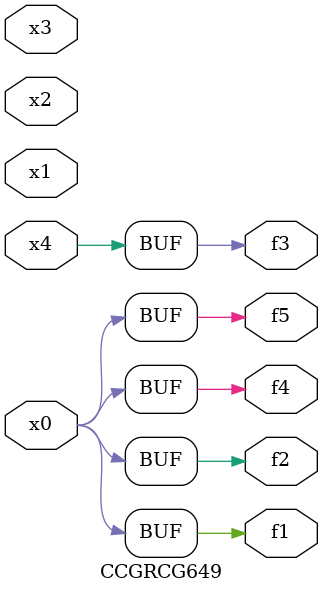
<source format=v>
module CCGRCG649(
	input x0, x1, x2, x3, x4,
	output f1, f2, f3, f4, f5
);
	assign f1 = x0;
	assign f2 = x0;
	assign f3 = x4;
	assign f4 = x0;
	assign f5 = x0;
endmodule

</source>
